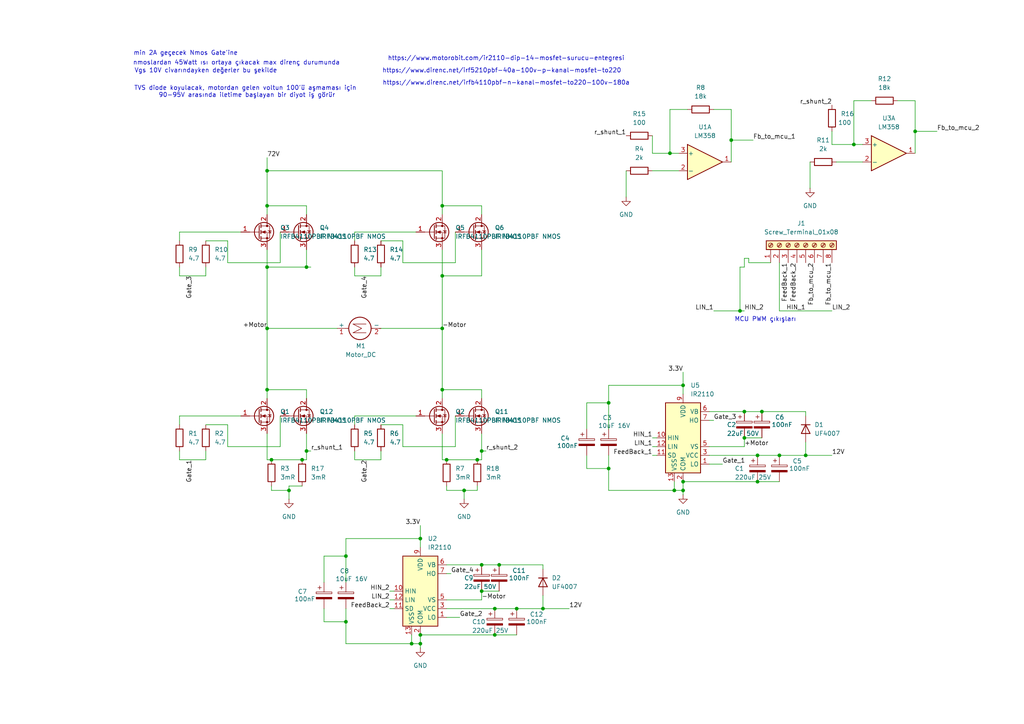
<source format=kicad_sch>
(kicad_sch (version 20250114) (generator "eeschema") (generator_version "9.0")
  (paper "A4")
  (lib_symbols
    (symbol "Amplifier_Operational:LM358" (pin_names (offset 0.127))
      (property "Reference" "U" (at 0 5.08 0))
      (property "Value" "LM358" (at 0 -5.08 0))
      (symbol "LM358_1_1"
        (polyline (pts (xy -5.08 5.08) (xy 5.08 0) (xy -5.08 -5.08) (xy -5.08 5.08)) (stroke (width 0.254)) (fill (type background)))
        (pin input line (at -7.62 2.54 0) (length 2.54) (name "+") (number "3"))
        (pin input line (at -7.62 -2.54 0) (length 2.54) (name "-") (number "2"))
        (pin output line (at 7.62 0 180) (length 2.54) (name "~") (number "1"))
      )
      (symbol "LM358_2_1"
        (polyline (pts (xy -5.08 5.08) (xy 5.08 0) (xy -5.08 -5.08) (xy -5.08 5.08)) (stroke (width 0.254)) (fill (type background)))
        (pin input line (at -7.62 2.54 0) (length 2.54) (name "+") (number "5"))
        (pin input line (at -7.62 -2.54 0) (length 2.54) (name "-") (number "6"))
        (pin output line (at 7.62 0 180) (length 2.54) (name "~") (number "7"))
      )
      (symbol "LM358_3_1"
        (pin power_in line (at -2.54 7.62 270) (length 3.81) (name "V+") (number "8"))
        (pin power_in line (at -2.54 -7.62 90) (length 3.81) (name "V-") (number "4"))
      )
    )
    (symbol "Connector:Screw_Terminal_01x08" (pin_names (offset 1.016) (hide yes))
      (property "Reference" "J" (at 0 10.16 0))
      (property "Value" "Screw_Terminal_01x08" (at 0 -12.7 0))
      (symbol "Screw_Terminal_01x08_1_1"
        (rectangle (start -1.27 8.89) (end 1.27 -11.43) (stroke (width 0.254)) (fill (type background)))
        (polyline (pts (xy -0.5334 7.9502) (xy 0.3302 7.112)) (stroke (width 0.1524)))
        (polyline (pts (xy -0.5334 5.4102) (xy 0.3302 4.572)) (stroke (width 0.1524)))
        (polyline (pts (xy -0.5334 2.8702) (xy 0.3302 2.032)) (stroke (width 0.1524)))
        (polyline (pts (xy -0.5334 0.3302) (xy 0.3302 -0.508)) (stroke (width 0.1524)))
        (polyline (pts (xy -0.5334 -2.2098) (xy 0.3302 -3.048)) (stroke (width 0.1524)))
        (polyline (pts (xy -0.5334 -4.7498) (xy 0.3302 -5.588)) (stroke (width 0.1524)))
        (polyline (pts (xy -0.5334 -7.2898) (xy 0.3302 -8.128)) (stroke (width 0.1524)))
        (polyline (pts (xy -0.5334 -9.8298) (xy 0.3302 -10.668)) (stroke (width 0.1524)))
        (polyline (pts (xy -0.3556 8.128) (xy 0.508 7.2898)) (stroke (width 0.1524)))
        (polyline (pts (xy -0.3556 5.588) (xy 0.508 4.7498)) (stroke (width 0.1524)))
        (polyline (pts (xy -0.3556 3.048) (xy 0.508 2.2098)) (stroke (width 0.1524)))
        (polyline (pts (xy -0.3556 0.508) (xy 0.508 -0.3302)) (stroke (width 0.1524)))
        (polyline (pts (xy -0.3556 -2.032) (xy 0.508 -2.8702)) (stroke (width 0.1524)))
        (polyline (pts (xy -0.3556 -4.572) (xy 0.508 -5.4102)) (stroke (width 0.1524)))
        (polyline (pts (xy -0.3556 -7.112) (xy 0.508 -7.9502)) (stroke (width 0.1524)))
        (polyline (pts (xy -0.3556 -9.652) (xy 0.508 -10.4902)) (stroke (width 0.1524)))
        (circle (center 0 7.62) (radius 0.635) (stroke (width 0.1524)))
        (circle (center 0 5.08) (radius 0.635) (stroke (width 0.1524)))
        (circle (center 0 2.54) (radius 0.635) (stroke (width 0.1524)))
        (circle (center 0 0) (radius 0.635) (stroke (width 0.1524)))
        (circle (center 0 -2.54) (radius 0.635) (stroke (width 0.1524)))
        (circle (center 0 -5.08) (radius 0.635) (stroke (width 0.1524)))
        (circle (center 0 -7.62) (radius 0.635) (stroke (width 0.1524)))
        (circle (center 0 -10.16) (radius 0.635) (stroke (width 0.1524)))
        (pin passive line (at -5.08 7.62 0) (length 3.81) (name "Pin_1") (number "1"))
        (pin passive line (at -5.08 5.08 0) (length 3.81) (name "Pin_2") (number "2"))
        (pin passive line (at -5.08 2.54 0) (length 3.81) (name "Pin_3") (number "3"))
        (pin passive line (at -5.08 0 0) (length 3.81) (name "Pin_4") (number "4"))
        (pin passive line (at -5.08 -2.54 0) (length 3.81) (name "Pin_5") (number "5"))
        (pin passive line (at -5.08 -5.08 0) (length 3.81) (name "Pin_6") (number "6"))
        (pin passive line (at -5.08 -7.62 0) (length 3.81) (name "Pin_7") (number "7"))
        (pin passive line (at -5.08 -10.16 0) (length 3.81) (name "Pin_8") (number "8"))
      )
    )
    (symbol "Device:C_Polarized" (pin_numbers (hide yes)) (pin_names (offset 0.254))
      (property "Reference" "C" (at 0.635 2.54 0))
      (property "Value" "C_Polarized" (at 0.635 -2.54 0))
      (symbol "C_Polarized_0_1"
        (rectangle (start -2.286 0.508) (end 2.286 1.016))
        (polyline (pts (xy -1.778 2.286) (xy -0.762 2.286)))
        (polyline (pts (xy -1.27 2.794) (xy -1.27 1.778)))
        (rectangle (start 2.286 -0.508) (end -2.286 -1.016) (fill (type outline)))
      )
      (symbol "C_Polarized_1_1"
        (pin passive line (at 0 3.81 270) (length 2.794) (name "~") (number "1"))
        (pin passive line (at 0 -3.81 90) (length 2.794) (name "~") (number "2"))
      )
    )
    (symbol "Device:D" (pin_numbers (hide yes)) (pin_names (offset 1.016) (hide yes))
      (property "Reference" "D" (at 0 2.54 0))
      (property "Value" "D" (at 0 -2.54 0))
      (symbol "D_0_1"
        (polyline (pts (xy -1.27 1.27) (xy -1.27 -1.27)) (stroke (width 0.254)))
        (polyline (pts (xy 1.27 1.27) (xy 1.27 -1.27) (xy -1.27 0) (xy 1.27 1.27)) (stroke (width 0.254)))
        (polyline (pts (xy 1.27 0) (xy -1.27 0)))
      )
      (symbol "D_1_1"
        (pin passive line (at -3.81 0 0) (length 2.54) (name "K") (number "1"))
        (pin passive line (at 3.81 0 180) (length 2.54) (name "A") (number "2"))
      )
    )
    (symbol "Device:R" (pin_numbers (hide yes)) (pin_names (offset 0))
      (property "Reference" "R" (at 2.032 0 90))
      (property "Value" "R" (at 0 0 90))
      (symbol "R_0_1"
        (rectangle (start -1.016 -2.54) (end 1.016 2.54) (stroke (width 0.254)))
      )
      (symbol "R_1_1"
        (pin passive line (at 0 3.81 270) (length 1.27) (name "~") (number "1"))
        (pin passive line (at 0 -3.81 90) (length 1.27) (name "~") (number "2"))
      )
    )
    (symbol "Driver_FET:IR2110"
      (property "Reference" "U" (at 1.27 13.335 0))
      (property "Value" "IR2110" (at 1.27 11.43 0))
      (symbol "IR2110_0_1"
        (rectangle (start -5.08 -10.16) (end 5.08 10.16) (stroke (width 0.254)) (fill (type background)))
      )
      (symbol "IR2110_1_1"
        (pin input line (at -7.62 0 0) (length 2.54) (name "HIN") (number "10"))
        (pin input line (at -7.62 -2.54 0) (length 2.54) (name "LIN") (number "12"))
        (pin input line (at -7.62 -5.08 0) (length 2.54) (name "SD") (number "11"))
        (pin no_connect line (at -5.08 7.62 0) (length 2.54) (hide yes) (name "NC") (number "4"))
        (pin no_connect line (at -5.08 5.08 0) (length 2.54) (hide yes) (name "NC") (number "8"))
        (pin no_connect line (at -5.08 2.54 0) (length 2.54) (hide yes) (name "NC") (number "14"))
        (pin power_in line (at -2.54 -12.7 90) (length 2.54) (name "VSS") (number "13"))
        (pin power_in line (at 0 12.7 270) (length 2.54) (name "VDD") (number "9"))
        (pin power_in line (at 0 -12.7 90) (length 2.54) (name "COM") (number "2"))
        (pin passive line (at 7.62 7.62 180) (length 2.54) (name "VB") (number "6"))
        (pin output line (at 7.62 5.08 180) (length 2.54) (name "HO") (number "7"))
        (pin passive line (at 7.62 -2.54 180) (length 2.54) (name "VS") (number "5"))
        (pin power_in line (at 7.62 -5.08 180) (length 2.54) (name "VCC") (number "3"))
        (pin output line (at 7.62 -7.62 180) (length 2.54) (name "LO") (number "1"))
      )
    )
    (symbol "Motor:Motor_DC" (pin_names (offset 0))
      (property "Reference" "M" (at 2.54 2.54 0))
      (property "Value" "Motor_DC" (at 2.54 -5.08 0))
      (symbol "Motor_DC_0_0"
        (polyline (pts (xy -1.27 -3.302) (xy -1.27 0.508) (xy 0 -2.032) (xy 1.27 0.508) (xy 1.27 -3.302)))
      )
      (symbol "Motor_DC_0_1"
        (polyline (pts (xy 0 2.032) (xy 0 2.54)))
        (polyline (pts (xy 0 1.7272) (xy 0 2.0828)))
        (circle (center 0 -1.524) (radius 3.2512) (stroke (width 0.254)))
        (polyline (pts (xy 0 -4.7752) (xy 0 -5.1816)))
        (polyline (pts (xy 0 -7.62) (xy 0 -7.112)))
      )
      (symbol "Motor_DC_1_1"
        (pin passive line (at 0 5.08 270) (length 2.54) (name "+") (number "1"))
        (pin passive line (at 0 -7.62 90) (length 2.54) (name "-") (number "2"))
      )
    )
    (symbol "Transistor_FET:IRFS4310Z" (pin_names (hide yes))
      (property "Reference" "Q" (at 5.08 1.905 0))
      (property "Value" "IRFS4310Z" (at 5.08 0 0))
      (symbol "IRFS4310Z_0_1"
        (polyline (pts (xy 0.254 1.905) (xy 0.254 -1.905)) (stroke (width 0.254)))
        (polyline (pts (xy 0.254 0) (xy -2.54 0)))
        (polyline (pts (xy 0.762 2.286) (xy 0.762 1.27)) (stroke (width 0.254)))
        (polyline (pts (xy 0.762 0.508) (xy 0.762 -0.508)) (stroke (width 0.254)))
        (polyline (pts (xy 0.762 -1.27) (xy 0.762 -2.286)) (stroke (width 0.254)))
        (polyline (pts (xy 0.762 -1.778) (xy 3.302 -1.778) (xy 3.302 1.778) (xy 0.762 1.778)))
        (polyline (pts (xy 1.016 0) (xy 2.032 0.381) (xy 2.032 -0.381) (xy 1.016 0)) (fill (type outline)))
        (circle (center 1.651 0) (radius 2.794) (stroke (width 0.254)))
        (polyline (pts (xy 2.54 2.54) (xy 2.54 1.778)))
        (circle (center 2.54 1.778) (radius 0.254) (fill (type outline)))
        (circle (center 2.54 -1.778) (radius 0.254) (fill (type outline)))
        (polyline (pts (xy 2.54 -2.54) (xy 2.54 0) (xy 0.762 0)))
        (polyline (pts (xy 2.794 0.508) (xy 2.921 0.381) (xy 3.683 0.381) (xy 3.81 0.254)))
        (polyline (pts (xy 3.302 0.381) (xy 2.921 -0.254) (xy 3.683 -0.254) (xy 3.302 0.381)))
      )
      (symbol "IRFS4310Z_1_1"
        (pin passive line (at -5.08 0 0) (length 2.54) (name "G") (number "1"))
        (pin passive line (at 2.54 5.08 270) (length 2.54) (name "D") (number "2"))
        (pin passive line (at 2.54 -5.08 90) (length 2.54) (name "S") (number "3"))
      )
    )
    (symbol "power:GND" (power) (pin_numbers (hide yes)) (pin_names (offset 0) (hide yes))
      (property "Value" "GND" (at 0 -3.81 0))
      (symbol "GND_0_1"
        (polyline (pts (xy 0 0) (xy 0 -1.27) (xy 1.27 -1.27) (xy 0 -2.54) (xy -1.27 -1.27) (xy 0 -1.27)))
      )
      (symbol "GND_1_1"
        (pin power_in line (at 0 0 270) (length 0) (name "~") (number "1"))
      )
    )
  )
  (text "Vgs 10V civarındayken değerler bu şekilde\n\n" (at 59.69 21.59 0) (effects (font (size 1.27 1.27))))
  (text "MCU PWM çıkışları\n" (at 221.996 92.71 0) (effects (font (size 1.27 1.27))))
  (text "min 2A geçecek Nmos Gate'ine" (at 53.848 15.494 0) (effects (font (size 1.27 1.27))))
  (text "https://www.motorobit.com/ir2110-dip-14-mosfet-surucu-entegresi" (at 146.812 17.018 0) (effects (font (size 1.27 1.27))))
  (text "https://www.direnc.net/irfb4110pbf-n-kanal-mosfet-to220-100v-180a" (at 146.812 24.13 0) (effects (font (size 1.27 1.27))))
  (text "https://www.direnc.net/irf5210pbf-40a-100v-p-kanal-mosfet-to220" (at 145.542 20.574 0) (effects (font (size 1.27 1.27))))
  (text "TVS diode koyulacak, motordan gelen voltun 100'ü aşmaması için \n90-95V arasında iletime başlayan bir diyot iş görür" (at 71.628 26.67 0) (effects (font (size 1.27 1.27))))
  (text "nmoslardan 45Watt ısı ortaya çıkacak max direnç durumunda\n" (at 68.58 18.288 0) (effects (font (size 1.27 1.27))))
  (junction (at 128.27 95.25))
  (junction (at 100.33 161.29))
  (junction (at 215.9 127))
  (junction (at 198.12 139.7))
  (junction (at 219.71 132.08))
  (junction (at 87.63 133.35))
  (junction (at 88.9 130.81))
  (junction (at 212.09 40.64))
  (junction (at 121.92 186.69))
  (junction (at 220.98 119.38))
  (junction (at 128.27 59.69))
  (junction (at 226.06 132.08))
  (junction (at 77.47 59.69))
  (junction (at 138.43 133.35))
  (junction (at 149.86 176.53))
  (junction (at 139.7 130.81))
  (junction (at 195.58 142.24))
  (junction (at 88.9 77.47))
  (junction (at 143.51 176.53))
  (junction (at 198.12 142.24))
  (junction (at 143.51 184.15))
  (junction (at 128.27 113.03))
  (junction (at 176.53 135.89))
  (junction (at 219.71 139.7))
  (junction (at 214.63 90.17))
  (junction (at 77.47 113.03))
  (junction (at 78.74 133.35))
  (junction (at 139.7 163.83))
  (junction (at 128.27 80.01))
  (junction (at 157.48 176.53))
  (junction (at 129.54 133.35))
  (junction (at 77.47 77.47))
  (junction (at 176.53 116.84))
  (junction (at 215.9 119.38))
  (junction (at 265.43 38.1))
  (junction (at 144.78 163.83))
  (junction (at 77.47 95.25))
  (junction (at 198.12 111.76))
  (junction (at 83.82 142.24))
  (junction (at 121.92 184.15))
  (junction (at 121.92 156.21))
  (junction (at 134.62 142.24))
  (junction (at 77.47 49.53))
  (junction (at 100.33 180.34))
  (junction (at 119.38 186.69))
  (junction (at 233.68 132.08))
  (junction (at 247.65 41.91))
  (junction (at 139.7 171.45))
  (junction (at 194.31 44.45))
  (wire (pts (xy 52.07 133.35) (xy 59.69 133.35)))
  (wire (pts (xy 100.33 180.34) (xy 100.33 186.69)))
  (wire (pts (xy 139.7 62.23) (xy 139.7 59.69)))
  (wire (pts (xy 176.53 111.76) (xy 198.12 111.76)))
  (wire (pts (xy 157.48 172.72) (xy 157.48 176.53)))
  (wire (pts (xy 241.3 41.91) (xy 247.65 41.91)))
  (wire (pts (xy 233.68 119.38) (xy 233.68 120.65)))
  (wire (pts (xy 128.27 113.03) (xy 128.27 115.57)))
  (wire (pts (xy 132.08 129.54) (xy 116.84 129.54)))
  (wire (pts (xy 199.39 31.75) (xy 194.31 31.75)))
  (wire (pts (xy 121.92 152.4) (xy 121.92 156.21)))
  (wire (pts (xy 207.01 31.75) (xy 212.09 31.75)))
  (wire (pts (xy 77.47 113.03) (xy 77.47 115.57)))
  (wire (pts (xy 165.1 176.53) (xy 157.48 176.53)))
  (wire (pts (xy 176.53 124.46) (xy 176.53 116.84)))
  (wire (pts (xy 138.43 133.35) (xy 139.7 133.35)))
  (wire (pts (xy 143.51 176.53) (xy 149.86 176.53)))
  (wire (pts (xy 139.7 59.69) (xy 128.27 59.69)))
  (wire (pts (xy 100.33 168.91) (xy 100.33 161.29)))
  (wire (pts (xy 119.38 186.69) (xy 121.92 186.69)))
  (wire (pts (xy 100.33 161.29) (xy 100.33 156.21)))
  (wire (pts (xy 149.86 176.53) (xy 157.48 176.53)))
  (wire (pts (xy 90.17 77.47) (xy 88.9 77.47)))
  (wire (pts (xy 121.92 156.21) (xy 121.92 158.75)))
  (wire (pts (xy 226.06 76.2) (xy 226.06 90.17)))
  (wire (pts (xy 181.61 49.53) (xy 181.61 57.15)))
  (wire (pts (xy 77.47 95.25) (xy 97.79 95.25)))
  (wire (pts (xy 189.23 127) (xy 190.5 127)))
  (wire (pts (xy 241.3 38.1) (xy 241.3 41.91)))
  (wire (pts (xy 102.87 80.01) (xy 110.49 80.01)))
  (wire (pts (xy 81.28 120.65) (xy 81.28 129.54)))
  (wire (pts (xy 130.81 166.37) (xy 129.54 166.37)))
  (wire (pts (xy 78.74 133.35) (xy 87.63 133.35)))
  (wire (pts (xy 215.9 127) (xy 220.98 127)))
  (wire (pts (xy 128.27 80.01) (xy 128.27 95.25)))
  (wire (pts (xy 217.17 74.93) (xy 217.17 76.2)))
  (wire (pts (xy 81.28 129.54) (xy 66.04 129.54)))
  (wire (pts (xy 93.98 180.34) (xy 100.33 180.34)))
  (wire (pts (xy 139.7 171.45) (xy 144.78 171.45)))
  (wire (pts (xy 59.69 133.35) (xy 59.69 130.81)))
  (wire (pts (xy 215.9 119.38) (xy 220.98 119.38)))
  (wire (pts (xy 189.23 132.08) (xy 190.5 132.08)))
  (wire (pts (xy 189.23 44.45) (xy 194.31 44.45)))
  (wire (pts (xy 139.7 130.81) (xy 139.7 125.73)))
  (wire (pts (xy 120.65 120.65) (xy 102.87 120.65)))
  (wire (pts (xy 139.7 115.57) (xy 139.7 113.03)))
  (wire (pts (xy 198.12 139.7) (xy 198.12 142.24)))
  (wire (pts (xy 69.85 67.31) (xy 52.07 67.31)))
  (wire (pts (xy 52.07 130.81) (xy 52.07 133.35)))
  (wire (pts (xy 100.33 176.53) (xy 100.33 180.34)))
  (wire (pts (xy 189.23 39.37) (xy 189.23 44.45)))
  (wire (pts (xy 138.43 142.24) (xy 134.62 142.24)))
  (wire (pts (xy 247.65 41.91) (xy 250.19 41.91)))
  (wire (pts (xy 78.74 142.24) (xy 78.74 140.97)))
  (wire (pts (xy 189.23 49.53) (xy 196.85 49.53)))
  (wire (pts (xy 116.84 123.19) (xy 110.49 123.19)))
  (wire (pts (xy 189.23 129.54) (xy 190.5 129.54)))
  (wire (pts (xy 87.63 133.35) (xy 88.9 133.35)))
  (wire (pts (xy 205.74 132.08) (xy 219.71 132.08)))
  (wire (pts (xy 212.09 40.64) (xy 212.09 46.99)))
  (wire (pts (xy 77.47 125.73) (xy 77.47 133.35)))
  (wire (pts (xy 102.87 120.65) (xy 102.87 123.19)))
  (wire (pts (xy 66.04 123.19) (xy 59.69 123.19)))
  (wire (pts (xy 217.17 76.2) (xy 223.52 76.2)))
  (wire (pts (xy 215.9 77.47) (xy 215.9 74.93)))
  (wire (pts (xy 226.06 132.08) (xy 233.68 132.08)))
  (wire (pts (xy 198.12 111.76) (xy 198.12 114.3)))
  (wire (pts (xy 66.04 69.85) (xy 59.69 69.85)))
  (wire (pts (xy 66.04 129.54) (xy 66.04 123.19)))
  (wire (pts (xy 207.01 90.17) (xy 214.63 90.17)))
  (wire (pts (xy 113.03 171.45) (xy 114.3 171.45)))
  (wire (pts (xy 132.08 76.2) (xy 116.84 76.2)))
  (wire (pts (xy 247.65 29.21) (xy 247.65 41.91)))
  (wire (pts (xy 77.47 72.39) (xy 77.47 77.47)))
  (wire (pts (xy 102.87 67.31) (xy 102.87 69.85)))
  (wire (pts (xy 88.9 62.23) (xy 88.9 59.69)))
  (wire (pts (xy 90.17 130.81) (xy 88.9 130.81)))
  (wire (pts (xy 128.27 72.39) (xy 128.27 80.01)))
  (wire (pts (xy 128.27 59.69) (xy 128.27 62.23)))
  (wire (pts (xy 265.43 38.1) (xy 265.43 44.45)))
  (wire (pts (xy 128.27 125.73) (xy 128.27 133.35)))
  (wire (pts (xy 116.84 69.85) (xy 110.49 69.85)))
  (wire (pts (xy 52.07 120.65) (xy 52.07 123.19)))
  (wire (pts (xy 113.03 176.53) (xy 114.3 176.53)))
  (wire (pts (xy 83.82 140.97) (xy 83.82 142.24)))
  (wire (pts (xy 176.53 135.89) (xy 176.53 142.24)))
  (wire (pts (xy 133.35 179.07) (xy 129.54 179.07)))
  (wire (pts (xy 77.47 133.35) (xy 78.74 133.35)))
  (wire (pts (xy 102.87 133.35) (xy 110.49 133.35)))
  (wire (pts (xy 209.55 134.62) (xy 205.74 134.62)))
  (wire (pts (xy 138.43 140.97) (xy 138.43 142.24)))
  (wire (pts (xy 195.58 142.24) (xy 195.58 139.7)))
  (wire (pts (xy 218.44 40.64) (xy 212.09 40.64)))
  (wire (pts (xy 132.08 67.31) (xy 132.08 76.2)))
  (wire (pts (xy 52.07 80.01) (xy 59.69 80.01)))
  (wire (pts (xy 102.87 77.47) (xy 102.87 80.01)))
  (wire (pts (xy 116.84 76.2) (xy 116.84 69.85)))
  (wire (pts (xy 121.92 184.15) (xy 143.51 184.15)))
  (wire (pts (xy 128.27 133.35) (xy 129.54 133.35)))
  (wire (pts (xy 198.12 107.95) (xy 198.12 111.76)))
  (wire (pts (xy 69.85 120.65) (xy 52.07 120.65)))
  (wire (pts (xy 119.38 186.69) (xy 119.38 184.15)))
  (wire (pts (xy 81.28 76.2) (xy 66.04 76.2)))
  (wire (pts (xy 120.65 67.31) (xy 102.87 67.31)))
  (wire (pts (xy 88.9 130.81) (xy 88.9 125.73)))
  (wire (pts (xy 139.7 113.03) (xy 128.27 113.03)))
  (wire (pts (xy 271.78 38.1) (xy 265.43 38.1)))
  (wire (pts (xy 87.63 140.97) (xy 83.82 140.97)))
  (wire (pts (xy 242.57 46.99) (xy 250.19 46.99)))
  (wire (pts (xy 143.51 184.15) (xy 149.86 184.15)))
  (wire (pts (xy 52.07 67.31) (xy 52.07 69.85)))
  (wire (pts (xy 134.62 142.24) (xy 134.62 144.78)))
  (wire (pts (xy 110.49 133.35) (xy 110.49 130.81)))
  (wire (pts (xy 128.27 49.53) (xy 77.47 49.53)))
  (wire (pts (xy 129.54 176.53) (xy 143.51 176.53)))
  (wire (pts (xy 83.82 142.24) (xy 83.82 144.78)))
  (wire (pts (xy 195.58 142.24) (xy 198.12 142.24)))
  (wire (pts (xy 77.47 45.72) (xy 77.47 49.53)))
  (wire (pts (xy 66.04 76.2) (xy 66.04 69.85)))
  (wire (pts (xy 78.74 142.24) (xy 83.82 142.24)))
  (wire (pts (xy 176.53 132.08) (xy 176.53 135.89)))
  (wire (pts (xy 88.9 77.47) (xy 77.47 77.47)))
  (wire (pts (xy 129.54 142.24) (xy 129.54 140.97)))
  (wire (pts (xy 139.7 171.45) (xy 139.7 173.99)))
  (wire (pts (xy 59.69 80.01) (xy 59.69 77.47)))
  (wire (pts (xy 140.97 130.81) (xy 139.7 130.81)))
  (wire (pts (xy 212.09 31.75) (xy 212.09 40.64)))
  (wire (pts (xy 110.49 80.01) (xy 110.49 77.47)))
  (wire (pts (xy 77.47 77.47) (xy 77.47 95.25)))
  (wire (pts (xy 265.43 29.21) (xy 265.43 38.1)))
  (wire (pts (xy 215.9 127) (xy 215.9 129.54)))
  (wire (pts (xy 129.54 133.35) (xy 138.43 133.35)))
  (wire (pts (xy 205.74 129.54) (xy 215.9 129.54)))
  (wire (pts (xy 93.98 168.91) (xy 93.98 161.29)))
  (wire (pts (xy 139.7 72.39) (xy 139.7 80.01)))
  (wire (pts (xy 129.54 163.83) (xy 139.7 163.83)))
  (wire (pts (xy 121.92 184.15) (xy 121.92 186.69)))
  (wire (pts (xy 207.01 121.92) (xy 205.74 121.92)))
  (wire (pts (xy 88.9 115.57) (xy 88.9 113.03)))
  (wire (pts (xy 93.98 176.53) (xy 93.98 180.34)))
  (wire (pts (xy 215.9 74.93) (xy 217.17 74.93)))
  (wire (pts (xy 110.49 95.25) (xy 128.27 95.25)))
  (wire (pts (xy 194.31 44.45) (xy 196.85 44.45)))
  (wire (pts (xy 241.3 132.08) (xy 233.68 132.08)))
  (wire (pts (xy 139.7 133.35) (xy 139.7 130.81)))
  (wire (pts (xy 52.07 77.47) (xy 52.07 80.01)))
  (wire (pts (xy 93.98 161.29) (xy 100.33 161.29)))
  (wire (pts (xy 214.63 77.47) (xy 215.9 77.47)))
  (wire (pts (xy 214.63 77.47) (xy 214.63 90.17)))
  (wire (pts (xy 128.27 95.25) (xy 128.27 113.03)))
  (wire (pts (xy 219.71 132.08) (xy 226.06 132.08)))
  (wire (pts (xy 170.18 124.46) (xy 170.18 116.84)))
  (wire (pts (xy 116.84 129.54) (xy 116.84 123.19)))
  (wire (pts (xy 129.54 142.24) (xy 134.62 142.24)))
  (wire (pts (xy 170.18 132.08) (xy 170.18 135.89)))
  (wire (pts (xy 233.68 128.27) (xy 233.68 132.08)))
  (wire (pts (xy 144.78 163.83) (xy 157.48 163.83)))
  (wire (pts (xy 205.74 119.38) (xy 215.9 119.38)))
  (wire (pts (xy 77.47 95.25) (xy 77.47 113.03)))
  (wire (pts (xy 100.33 156.21) (xy 121.92 156.21)))
  (wire (pts (xy 100.33 186.69) (xy 119.38 186.69)))
  (wire (pts (xy 132.08 120.65) (xy 132.08 129.54)))
  (wire (pts (xy 176.53 116.84) (xy 176.53 111.76)))
  (wire (pts (xy 113.03 173.99) (xy 114.3 173.99)))
  (wire (pts (xy 157.48 163.83) (xy 157.48 165.1)))
  (wire (pts (xy 88.9 77.47) (xy 88.9 72.39)))
  (wire (pts (xy 260.35 29.21) (xy 265.43 29.21)))
  (wire (pts (xy 226.06 90.17) (xy 241.3 90.17)))
  (wire (pts (xy 176.53 142.24) (xy 195.58 142.24)))
  (wire (pts (xy 129.54 173.99) (xy 139.7 173.99)))
  (wire (pts (xy 88.9 133.35) (xy 88.9 130.81)))
  (wire (pts (xy 198.12 142.24) (xy 198.12 143.51)))
  (wire (pts (xy 102.87 130.81) (xy 102.87 133.35)))
  (wire (pts (xy 234.95 46.99) (xy 234.95 54.61)))
  (wire (pts (xy 81.28 67.31) (xy 81.28 76.2)))
  (wire (pts (xy 88.9 59.69) (xy 77.47 59.69)))
  (wire (pts (xy 170.18 135.89) (xy 176.53 135.89)))
  (wire (pts (xy 128.27 80.01) (xy 139.7 80.01)))
  (wire (pts (xy 121.92 186.69) (xy 121.92 187.96)))
  (wire (pts (xy 77.47 59.69) (xy 77.47 62.23)))
  (wire (pts (xy 198.12 139.7) (xy 219.71 139.7)))
  (wire (pts (xy 170.18 116.84) (xy 176.53 116.84)))
  (wire (pts (xy 77.47 49.53) (xy 77.47 59.69)))
  (wire (pts (xy 214.63 90.17) (xy 215.9 90.17)))
  (wire (pts (xy 139.7 163.83) (xy 144.78 163.83)))
  (wire (pts (xy 252.73 29.21) (xy 247.65 29.21)))
  (wire (pts (xy 220.98 119.38) (xy 233.68 119.38)))
  (wire (pts (xy 194.31 31.75) (xy 194.31 44.45)))
  (wire (pts (xy 88.9 113.03) (xy 77.47 113.03)))
  (wire (pts (xy 219.71 139.7) (xy 226.06 139.7)))
  (wire (pts (xy 128.27 49.53) (xy 128.27 59.69)))
  (label "r_shunt_2" (at 241.3 30.48 180))
  (label "3.3V" (at 198.12 107.95 180))
  (label "FeedBack_1" (at 189.23 132.08 180))
  (label "Gate_2" (at 133.35 179.07 0))
  (label "HIN_2" (at 113.03 171.45 180))
  (label "LIN_1" (at 189.23 129.54 180))
  (label "Gate_1" (at 209.55 134.62 0))
  (label "LIN_1" (at 207.01 90.17 180))
  (label "Gate_3" (at 207.01 121.92 0))
  (label "FeedBack_1" (at 228.6 76.2 270))
  (label "Fb_to_mcu_1" (at 218.44 40.64 0))
  (label "12V" (at 241.3 132.08 0))
  (label "Gate_2" (at 106.68 133.35 270))
  (label "Gate_4" (at 106.68 80.01 270))
  (label "12V" (at 165.1 176.53 0))
  (label "HIN_1" (at 189.23 127 180))
  (label "r_shunt_1" (at 90.17 130.81 0))
  (label "+Motor" (at 215.9 129.54 0))
  (label "+Motor" (at 77.47 95.25 180))
  (label "Gate_1" (at 55.88 133.35 270))
  (label "Fb_to_mcu_2" (at 236.22 76.2 270))
  (label "Fb_to_mcu_2" (at 271.78 38.1 0))
  (label "r_shunt_2" (at 140.97 130.81 0))
  (label "HIN_2" (at 215.9 90.17 0))
  (label "-Motor" (at 128.27 95.25 0))
  (label "HIN_1" (at 233.68 90.17 180))
  (label "Gate_3" (at 55.88 80.01 270))
  (label "Fb_to_mcu_1" (at 241.3 76.2 270))
  (label "-Motor" (at 139.7 173.99 0))
  (label "72V" (at 77.47 45.72 0))
  (label "FeedBack_2" (at 231.14 76.2 270))
  (label "LIN_2" (at 113.03 173.99 180))
  (label "3.3V" (at 121.92 152.4 180))
  (label "Gate_4" (at 130.81 166.37 0))
  (label "LIN_2" (at 241.3 90.17 0))
  (label "r_shunt_1" (at 181.61 39.37 180))
  (label "FeedBack_2" (at 113.03 176.53 180))
  (symbol (lib_id "Device:R") (at 129.54 137.16 180) (unit 1)
    (property "Reference" "R7" (at 132.08 135.8899 0) (effects (justify right)))
    (property "Value" "3mR" (at 132.08 138.4299 0) (effects (justify right)))
    (property "Description" "Resistor" (effects (hide yes)))
  )
  (symbol (lib_id "Transistor_FET:IRFS4310Z") (at 137.16 120.65 0) (unit 1)
    (property "Reference" "Q11" (at 143.51 119.3799 0) (effects (justify left)))
    (property "Value" "IRFB4110PBF NMOS" (at 143.51 121.9199 0) (effects (justify left)))
    (property "Footprint" "Package_TO_SOT_SMD:TO-263-2" (effects (hide yes)))
    (property "Datasheet" "https://www.infineon.com/dgdl/irfb4310zpbf.pdf?fileId=5546d462533600a4015356161b4d1e2d" (effects (hide yes)))
    (property "Description" "120A Id, 100V Vds, 4.8mOhm Rds, N-Channel HEXFET Power MOSFET, D2PAK" (effects (hide yes)))
  )
  (symbol (lib_id "power:GND") (at 234.95 54.61 0) (unit 1)
    (property "Reference" "#PWR02" (effects (hide yes)))
    (property "Value" "GND" (at 234.95 59.69 0))
    (property "Description" "Power symbol creates a global label with name \"GND\" , ground" (effects (hide yes)))
  )
  (symbol (lib_id "Device:D") (at 233.68 124.46 270) (unit 1)
    (property "Reference" "D1" (at 236.22 123.1899 90) (effects (justify left)))
    (property "Value" "UF4007" (at 236.22 125.7299 90) (effects (justify left)))
    (property "Description" "Diode" (effects (hide yes)))
    (property "Sim.Device" "D" (effects (hide yes)))
    (property "Sim.Pins" "1=K 2=A" (effects (hide yes)))
  )
  (symbol (lib_id "Device:C_Polarized") (at 93.98 172.72 0) (unit 1)
    (property "Reference" "C7" (at 86.36 171.5769 0) (effects (justify left)))
    (property "Value" "100nF" (at 85.344 173.736 0) (effects (justify left)))
    (property "Description" "Polarized capacitor" (effects (hide yes)))
  )
  (symbol (lib_id "Device:R") (at 241.3 34.29 180) (unit 1)
    (property "Reference" "R16" (at 243.84 33.0199 0) (effects (justify right)))
    (property "Value" "100" (at 243.078 35.56 0) (effects (justify right)))
    (property "Description" "Resistor" (effects (hide yes)))
  )
  (symbol (lib_id "Connector:Screw_Terminal_01x08") (at 231.14 71.12 90) (unit 1)
    (property "Reference" "J1" (at 232.41 64.77 90))
    (property "Value" "Screw_Terminal_01x08" (at 232.41 67.31 90))
    (property "Description" "Generic screw terminal, single row, 01x08, script generated (kicad-library-utils/schlib/autogen/connector/)" (effects (hide yes)))
  )
  (symbol (lib_id "Device:C_Polarized") (at 139.7 167.64 0) (unit 1)
    (property "Reference" "C9" (at 134.62 167.64 0) (effects (justify left)))
    (property "Value" "22uF 50V" (at 134.62 170.18 0) (effects (justify left)))
    (property "Description" "Polarized capacitor" (effects (hide yes)))
  )
  (symbol (lib_id "Transistor_FET:IRFS4310Z") (at 137.16 67.31 0) (unit 1)
    (property "Reference" "Q6" (at 143.51 66.0399 0) (effects (justify left)))
    (property "Value" "IRFB4110PBF NMOS" (at 143.51 68.5799 0) (effects (justify left)))
    (property "Footprint" "Package_TO_SOT_SMD:TO-263-2" (effects (hide yes)))
    (property "Datasheet" "https://www.infineon.com/dgdl/irfb4310zpbf.pdf?fileId=5546d462533600a4015356161b4d1e2d" (effects (hide yes)))
    (property "Description" "120A Id, 100V Vds, 4.8mOhm Rds, N-Channel HEXFET Power MOSFET, D2PAK" (effects (hide yes)))
  )
  (symbol (lib_id "Device:R") (at 110.49 73.66 180) (unit 1)
    (property "Reference" "R14" (at 113.03 72.3899 0) (effects (justify right)))
    (property "Value" "4.7" (at 113.03 74.9299 0) (effects (justify right)))
    (property "Description" "Resistor" (effects (hide yes)))
  )
  (symbol (lib_id "Device:R") (at 256.54 29.21 90) (unit 1)
    (property "Reference" "R12" (at 256.54 22.86 90))
    (property "Value" "18k" (at 256.54 25.4 90))
    (property "Description" "Resistor" (effects (hide yes)))
  )
  (symbol (lib_id "Driver_FET:IR2110") (at 198.12 127 0) (unit 1)
    (property "Reference" "U5" (at 200.2633 111.76 0) (effects (justify left)))
    (property "Value" "IR2110" (at 200.2633 114.3 0) (effects (justify left)))
    (property "Footprint" "Package_DIP:DIP-14_W7.62mm" (effects (hide yes)))
    (property "Datasheet" "https://www.infineon.com/dgdl/ir2110.pdf?fileId=5546d462533600a4015355c80333167e" (effects (hide yes)))
    (property "Description" "High and Low Side Driver, 500V, 2.0/2.0A, PDIP-14" (effects (hide yes)))
  )
  (symbol (lib_id "Device:C_Polarized") (at 143.51 180.34 0) (unit 1)
    (property "Reference" "C10" (at 136.906 180.34 0) (effects (justify left)))
    (property "Value" "220uF 25V" (at 136.906 182.88 0) (effects (justify left)))
    (property "Description" "Polarized capacitor" (effects (hide yes)))
  )
  (symbol (lib_id "power:GND") (at 121.92 187.96 0) (unit 1)
    (property "Reference" "#PWR04" (effects (hide yes)))
    (property "Value" "GND" (at 121.92 193.04 0))
    (property "Description" "Power symbol creates a global label with name \"GND\" , ground" (effects (hide yes)))
  )
  (symbol (lib_id "Device:R") (at 138.43 137.16 180) (unit 1)
    (property "Reference" "R18" (at 140.97 135.8899 0) (effects (justify right)))
    (property "Value" "3mR" (at 140.97 138.4299 0) (effects (justify right)))
    (property "Description" "Resistor" (effects (hide yes)))
  )
  (symbol (lib_id "Device:C_Polarized") (at 170.18 128.27 0) (unit 1)
    (property "Reference" "C4" (at 162.56 127.1269 0) (effects (justify left)))
    (property "Value" "100nF" (at 161.544 129.286 0) (effects (justify left)))
    (property "Description" "Polarized capacitor" (effects (hide yes)))
  )
  (symbol (lib_id "Device:R") (at 102.87 73.66 180) (unit 1)
    (property "Reference" "R13" (at 105.41 72.3899 0) (effects (justify right)))
    (property "Value" "4.7" (at 105.41 74.9299 0) (effects (justify right)))
    (property "Description" "Resistor" (effects (hide yes)))
  )
  (symbol (lib_id "Device:R") (at 203.2 31.75 90) (unit 1)
    (property "Reference" "R8" (at 203.2 25.4 90))
    (property "Value" "18k" (at 203.2 27.94 90))
    (property "Description" "Resistor" (effects (hide yes)))
  )
  (symbol (lib_id "Device:C_Polarized") (at 144.78 167.64 0) (unit 1)
    (property "Reference" "C11" (at 148.59 165.4809 0) (effects (justify left)))
    (property "Value" "100nF" (at 147.574 167.64 0) (effects (justify left)))
    (property "Description" "Polarized capacitor" (effects (hide yes)))
  )
  (symbol (lib_id "Device:C_Polarized") (at 215.9 123.19 0) (unit 1)
    (property "Reference" "C2" (at 210.82 123.19 0) (effects (justify left)))
    (property "Value" "22uF 50V" (at 210.82 125.73 0) (effects (justify left)))
    (property "Description" "Polarized capacitor" (effects (hide yes)))
  )
  (symbol (lib_id "Device:R") (at 59.69 73.66 180) (unit 1)
    (property "Reference" "R10" (at 62.23 72.3899 0) (effects (justify right)))
    (property "Value" "4.7" (at 62.23 74.9299 0) (effects (justify right)))
    (property "Description" "Resistor" (effects (hide yes)))
  )
  (symbol (lib_id "Device:R") (at 185.42 49.53 90) (unit 1)
    (property "Reference" "R4" (at 185.42 43.18 90))
    (property "Value" "2k" (at 185.42 45.72 90))
    (property "Description" "Resistor" (effects (hide yes)))
  )
  (symbol (lib_id "Device:R") (at 238.76 46.99 90) (unit 1)
    (property "Reference" "R11" (at 238.76 40.64 90))
    (property "Value" "2k" (at 238.76 43.18 90))
    (property "Description" "Resistor" (effects (hide yes)))
  )
  (symbol (lib_id "Device:C_Polarized") (at 176.53 128.27 0) (unit 1)
    (property "Reference" "C3" (at 174.752 121.158 0) (effects (justify left)))
    (property "Value" "10uF 16V" (at 173.482 123.444 0) (effects (justify left)))
    (property "Description" "Polarized capacitor" (effects (hide yes)))
  )
  (symbol (lib_id "Amplifier_Operational:LM358") (at 204.47 46.99 0) (unit 1)
    (property "Reference" "U1" (at 204.47 36.83 0))
    (property "Value" "LM358" (at 204.47 39.37 0))
    (property "Datasheet" "http://www.ti.com/lit/ds/symlink/lm2904-n.pdf" (effects (hide yes)))
    (property "Description" "Low-Power, Dual Operational Amplifiers, DIP-8/SOIC-8/TO-99-8" (effects (hide yes)))
  )
  (symbol (lib_id "Device:R") (at 87.63 137.16 180) (unit 1)
    (property "Reference" "R17" (at 90.17 135.8899 0) (effects (justify right)))
    (property "Value" "3mR" (at 90.17 138.4299 0) (effects (justify right)))
    (property "Description" "Resistor" (effects (hide yes)))
  )
  (symbol (lib_id "Transistor_FET:IRFS4310Z") (at 74.93 120.65 0) (unit 1)
    (property "Reference" "Q1" (at 81.28 119.3799 0) (effects (justify left)))
    (property "Value" "IRFB4110PBF NMOS" (at 81.28 121.9199 0) (effects (justify left)))
    (property "Footprint" "Package_TO_SOT_SMD:TO-263-2" (effects (hide yes)))
    (property "Datasheet" "https://www.infineon.com/dgdl/irfb4310zpbf.pdf?fileId=5546d462533600a4015356161b4d1e2d" (effects (hide yes)))
    (property "Description" "120A Id, 100V Vds, 4.8mOhm Rds, N-Channel HEXFET Power MOSFET, D2PAK" (effects (hide yes)))
  )
  (symbol (lib_id "Driver_FET:IR2110") (at 121.92 171.45 0) (unit 1)
    (property "Reference" "U2" (at 124.0633 156.21 0) (effects (justify left)))
    (property "Value" "IR2110" (at 124.0633 158.75 0) (effects (justify left)))
    (property "Footprint" "Package_DIP:DIP-14_W7.62mm" (effects (hide yes)))
    (property "Datasheet" "https://www.infineon.com/dgdl/ir2110.pdf?fileId=5546d462533600a4015355c80333167e" (effects (hide yes)))
    (property "Description" "High and Low Side Driver, 500V, 2.0/2.0A, PDIP-14" (effects (hide yes)))
  )
  (symbol (lib_id "Device:R") (at 52.07 127 180) (unit 1)
    (property "Reference" "R1" (at 54.61 125.7299 0) (effects (justify right)))
    (property "Value" "4.7" (at 54.61 128.2699 0) (effects (justify right)))
    (property "Description" "Resistor" (effects (hide yes)))
  )
  (symbol (lib_id "Transistor_FET:IRFS4310Z") (at 125.73 120.65 0) (unit 1)
    (property "Reference" "Q2" (at 132.08 119.3799 0) (effects (justify left)))
    (property "Value" "IRFB4110PBF NMOS" (at 132.08 121.9199 0) (effects (justify left)))
    (property "Footprint" "Package_TO_SOT_SMD:TO-263-2" (effects (hide yes)))
    (property "Datasheet" "https://www.infineon.com/dgdl/irfb4310zpbf.pdf?fileId=5546d462533600a4015356161b4d1e2d" (effects (hide yes)))
    (property "Description" "120A Id, 100V Vds, 4.8mOhm Rds, N-Channel HEXFET Power MOSFET, D2PAK" (effects (hide yes)))
  )
  (symbol (lib_id "Device:C_Polarized") (at 100.33 172.72 0) (unit 1)
    (property "Reference" "C8" (at 98.552 165.608 0) (effects (justify left)))
    (property "Value" "10uF 16V" (at 97.282 167.894 0) (effects (justify left)))
    (property "Description" "Polarized capacitor" (effects (hide yes)))
  )
  (symbol (lib_id "Device:R") (at 52.07 73.66 180) (unit 1)
    (property "Reference" "R9" (at 54.61 72.3899 0) (effects (justify right)))
    (property "Value" "4.7" (at 54.61 74.9299 0) (effects (justify right)))
    (property "Description" "Resistor" (effects (hide yes)))
  )
  (symbol (lib_id "Motor:Motor_DC") (at 102.87 95.25 90) (unit 1)
    (property "Reference" "M1" (at 104.648 100.33 90))
    (property "Value" "Motor_DC" (at 104.648 102.87 90))
    (property "Description" "DC Motor" (effects (hide yes)))
  )
  (symbol (lib_id "Device:C_Polarized") (at 219.71 135.89 0) (unit 1)
    (property "Reference" "C1" (at 213.106 135.89 0) (effects (justify left)))
    (property "Value" "220uF 25V" (at 213.106 138.43 0) (effects (justify left)))
    (property "Description" "Polarized capacitor" (effects (hide yes)))
  )
  (symbol (lib_id "Transistor_FET:IRFS4310Z") (at 86.36 67.31 0) (unit 1)
    (property "Reference" "Q4" (at 92.71 66.0399 0) (effects (justify left)))
    (property "Value" "IRFB4110PBF NMOS" (at 92.71 68.5799 0) (effects (justify left)))
    (property "Footprint" "Package_TO_SOT_SMD:TO-263-2" (effects (hide yes)))
    (property "Datasheet" "https://www.infineon.com/dgdl/irfb4310zpbf.pdf?fileId=5546d462533600a4015356161b4d1e2d" (effects (hide yes)))
    (property "Description" "120A Id, 100V Vds, 4.8mOhm Rds, N-Channel HEXFET Power MOSFET, D2PAK" (effects (hide yes)))
  )
  (symbol (lib_id "power:GND") (at 198.12 143.51 0) (unit 1)
    (property "Reference" "#PWR03" (effects (hide yes)))
    (property "Value" "GND" (at 198.12 148.59 0))
    (property "Description" "Power symbol creates a global label with name \"GND\" , ground" (effects (hide yes)))
  )
  (symbol (lib_id "Amplifier_Operational:LM358") (at 257.81 44.45 0) (unit 1)
    (property "Reference" "U3" (at 257.81 34.29 0))
    (property "Value" "LM358" (at 257.81 36.83 0))
    (property "Datasheet" "http://www.ti.com/lit/ds/symlink/lm2904-n.pdf" (effects (hide yes)))
    (property "Description" "Low-Power, Dual Operational Amplifiers, DIP-8/SOIC-8/TO-99-8" (effects (hide yes)))
  )
  (symbol (lib_id "power:GND") (at 134.62 144.78 0) (unit 1)
    (property "Reference" "#PWR06" (effects (hide yes)))
    (property "Value" "GND" (at 134.62 149.86 0))
    (property "Description" "Power symbol creates a global label with name \"GND\" , ground" (effects (hide yes)))
  )
  (symbol (lib_id "Device:D") (at 157.48 168.91 270) (unit 1)
    (property "Reference" "D2" (at 160.02 167.6399 90) (effects (justify left)))
    (property "Value" "UF4007" (at 160.02 170.1799 90) (effects (justify left)))
    (property "Description" "Diode" (effects (hide yes)))
    (property "Sim.Device" "D" (effects (hide yes)))
    (property "Sim.Pins" "1=K 2=A" (effects (hide yes)))
  )
  (symbol (lib_id "Device:C_Polarized") (at 226.06 135.89 0) (unit 1)
    (property "Reference" "C5" (at 229.87 133.7309 0) (effects (justify left)))
    (property "Value" "100nF" (at 228.854 135.89 0) (effects (justify left)))
    (property "Description" "Polarized capacitor" (effects (hide yes)))
  )
  (symbol (lib_id "Device:R") (at 78.74 137.16 180) (unit 1)
    (property "Reference" "R3" (at 81.28 135.8899 0) (effects (justify right)))
    (property "Value" "3mR" (at 81.28 138.4299 0) (effects (justify right)))
    (property "Description" "Resistor" (effects (hide yes)))
  )
  (symbol (lib_id "power:GND") (at 83.82 144.78 0) (unit 1)
    (property "Reference" "#PWR05" (effects (hide yes)))
    (property "Value" "GND" (at 83.82 149.86 0))
    (property "Description" "Power symbol creates a global label with name \"GND\" , ground" (effects (hide yes)))
  )
  (symbol (lib_id "Device:R") (at 185.42 39.37 90) (unit 1)
    (property "Reference" "R15" (at 185.42 33.02 90))
    (property "Value" "100" (at 185.42 35.56 90))
    (property "Description" "Resistor" (effects (hide yes)))
  )
  (symbol (lib_id "Device:C_Polarized") (at 220.98 123.19 0) (unit 1)
    (property "Reference" "C6" (at 224.79 121.0309 0) (effects (justify left)))
    (property "Value" "100nF" (at 223.774 123.19 0) (effects (justify left)))
    (property "Description" "Polarized capacitor" (effects (hide yes)))
  )
  (symbol (lib_id "Device:R") (at 110.49 127 180) (unit 1)
    (property "Reference" "R6" (at 113.03 125.7299 0) (effects (justify right)))
    (property "Value" "4.7" (at 113.03 128.2699 0) (effects (justify right)))
    (property "Description" "Resistor" (effects (hide yes)))
  )
  (symbol (lib_id "Transistor_FET:IRFS4310Z") (at 74.93 67.31 0) (unit 1)
    (property "Reference" "Q3" (at 81.28 66.0399 0) (effects (justify left)))
    (property "Value" "IRFB4110PBF NMOS" (at 81.28 68.5799 0) (effects (justify left)))
    (property "Footprint" "Package_TO_SOT_SMD:TO-263-2" (effects (hide yes)))
    (property "Datasheet" "https://www.infineon.com/dgdl/irfb4310zpbf.pdf?fileId=5546d462533600a4015356161b4d1e2d" (effects (hide yes)))
    (property "Description" "120A Id, 100V Vds, 4.8mOhm Rds, N-Channel HEXFET Power MOSFET, D2PAK" (effects (hide yes)))
  )
  (symbol (lib_id "power:GND") (at 181.61 57.15 0) (unit 1)
    (property "Reference" "#PWR01" (effects (hide yes)))
    (property "Value" "GND" (at 181.61 62.23 0))
    (property "Description" "Power symbol creates a global label with name \"GND\" , ground" (effects (hide yes)))
  )
  (symbol (lib_id "Device:R") (at 59.69 127 180) (unit 1)
    (property "Reference" "R2" (at 62.23 125.7299 0) (effects (justify right)))
    (property "Value" "4.7" (at 62.23 128.2699 0) (effects (justify right)))
    (property "Description" "Resistor" (effects (hide yes)))
  )
  (symbol (lib_id "Transistor_FET:IRFS4310Z") (at 86.36 120.65 0) (unit 1)
    (property "Reference" "Q12" (at 92.71 119.3799 0) (effects (justify left)))
    (property "Value" "IRFB4110PBF NMOS" (at 92.71 121.9199 0) (effects (justify left)))
    (property "Footprint" "Package_TO_SOT_SMD:TO-263-2" (effects (hide yes)))
    (property "Datasheet" "https://www.infineon.com/dgdl/irfb4310zpbf.pdf?fileId=5546d462533600a4015356161b4d1e2d" (effects (hide yes)))
    (property "Description" "120A Id, 100V Vds, 4.8mOhm Rds, N-Channel HEXFET Power MOSFET, D2PAK" (effects (hide yes)))
  )
  (symbol (lib_id "Device:C_Polarized") (at 149.86 180.34 0) (unit 1)
    (property "Reference" "C12" (at 153.67 178.1809 0) (effects (justify left)))
    (property "Value" "100nF" (at 152.654 180.34 0) (effects (justify left)))
    (property "Description" "Polarized capacitor" (effects (hide yes)))
  )
  (symbol (lib_id "Device:R") (at 102.87 127 180) (unit 1)
    (property "Reference" "R5" (at 105.41 125.7299 0) (effects (justify right)))
    (property "Value" "4.7" (at 105.41 128.2699 0) (effects (justify right)))
    (property "Description" "Resistor" (effects (hide yes)))
  )
  (symbol (lib_id "Transistor_FET:IRFS4310Z") (at 125.73 67.31 0) (unit 1)
    (property "Reference" "Q5" (at 132.08 66.0399 0) (effects (justify left)))
    (property "Value" "IRFB4110PBF NMOS" (at 132.08 68.5799 0) (effects (justify left)))
    (property "Footprint" "Package_TO_SOT_SMD:TO-263-2" (effects (hide yes)))
    (property "Datasheet" "https://www.infineon.com/dgdl/irfb4310zpbf.pdf?fileId=5546d462533600a4015356161b4d1e2d" (effects (hide yes)))
    (property "Description" "120A Id, 100V Vds, 4.8mOhm Rds, N-Channel HEXFET Power MOSFET, D2PAK" (effects (hide yes)))
  )
)
</source>
